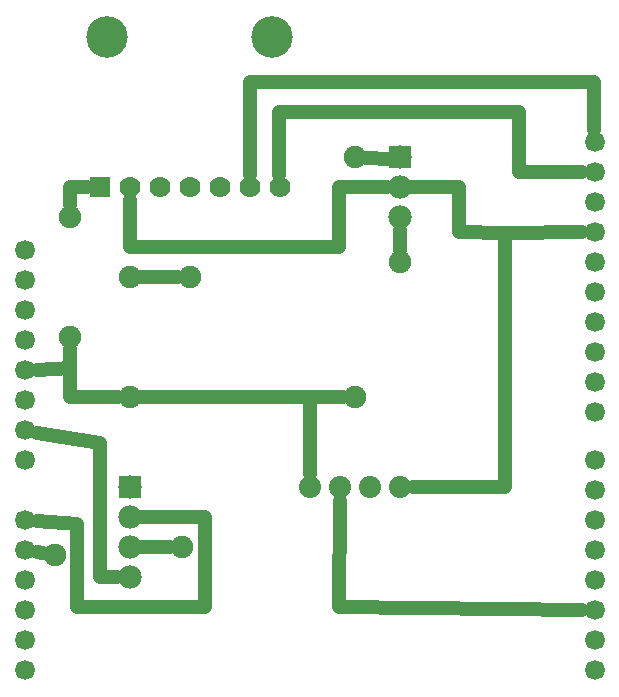
<source format=gbl>
G04 MADE WITH FRITZING*
G04 WWW.FRITZING.ORG*
G04 DOUBLE SIDED*
G04 HOLES PLATED*
G04 CONTOUR ON CENTER OF CONTOUR VECTOR*
%ASAXBY*%
%FSLAX23Y23*%
%MOIN*%
%OFA0B0*%
%SFA1.0B1.0*%
%ADD10C,0.075000*%
%ADD11C,0.078000*%
%ADD12C,0.138425*%
%ADD13C,0.070000*%
%ADD14C,0.073889*%
%ADD15C,0.066195*%
%ADD16C,0.066222*%
%ADD17R,0.078000X0.078000*%
%ADD18R,0.070000X0.070000*%
%ADD19C,0.048000*%
%LNCOPPER0*%
G90*
G70*
G54D10*
X3151Y2751D03*
X3151Y3551D03*
X2151Y2226D03*
X3301Y3201D03*
X2601Y3151D03*
X2576Y2251D03*
X2401Y2750D03*
X2401Y3150D03*
G54D11*
X2401Y2450D03*
X2401Y2350D03*
X2401Y2250D03*
X2401Y2150D03*
X3301Y3550D03*
X3301Y3450D03*
X3301Y3350D03*
G54D12*
X2326Y3950D03*
G54D13*
X2901Y3450D03*
X2301Y3450D03*
X2401Y3450D03*
G54D12*
X2876Y3950D03*
G54D13*
X2501Y3450D03*
X2601Y3450D03*
X2701Y3450D03*
X2801Y3450D03*
G54D14*
X3301Y2450D03*
X3201Y2450D03*
X3101Y2450D03*
X3001Y2450D03*
G54D10*
X2201Y2950D03*
X2201Y3350D03*
G54D15*
X2051Y2240D03*
X2051Y2140D03*
X2051Y2040D03*
X2051Y1940D03*
X2051Y1840D03*
G54D16*
X3951Y2700D03*
X3951Y2800D03*
X3951Y2900D03*
X3951Y3000D03*
X3951Y3100D03*
X3951Y3200D03*
X3951Y3300D03*
X3951Y3400D03*
X3951Y3500D03*
X3951Y3600D03*
X3951Y1840D03*
X3951Y1940D03*
X3951Y2040D03*
X3951Y2140D03*
X3951Y2240D03*
X3951Y2340D03*
X3951Y2440D03*
X3951Y2540D03*
G54D15*
X2051Y3140D03*
X2051Y3240D03*
X2051Y3040D03*
X2051Y2940D03*
X2051Y2840D03*
X2051Y2740D03*
X2051Y2640D03*
X2051Y2540D03*
X2051Y2340D03*
G54D17*
X2401Y2450D03*
X3301Y3550D03*
G54D18*
X2301Y3450D03*
G54D19*
X2201Y2849D02*
X2092Y2843D01*
D02*
X3100Y2051D02*
X3101Y2405D01*
D02*
X3909Y2041D02*
X3100Y2051D01*
D02*
X3500Y3452D02*
X3500Y3300D01*
D02*
X3342Y3451D02*
X3500Y3452D01*
D02*
X3500Y3300D02*
X3653Y3297D01*
D02*
X2301Y2151D02*
X2301Y2599D01*
D02*
X2301Y2599D02*
X2091Y2633D01*
D02*
X2359Y2150D02*
X2301Y2151D01*
D02*
X3100Y3250D02*
X2401Y3250D01*
D02*
X2401Y3250D02*
X2401Y3408D01*
D02*
X3100Y3450D02*
X3100Y3250D01*
D02*
X3259Y3450D02*
X3100Y3450D01*
D02*
X3301Y3309D02*
X3301Y3240D01*
D02*
X2111Y2231D02*
X2092Y2234D01*
D02*
X2442Y2250D02*
X2536Y2251D01*
D02*
X2440Y3150D02*
X2561Y3151D01*
D02*
X2201Y2849D02*
X2201Y2910D01*
D02*
X2201Y2751D02*
X2201Y2849D01*
D02*
X2361Y2750D02*
X2201Y2751D01*
D02*
X2201Y3450D02*
X2259Y3450D01*
D02*
X2201Y3390D02*
X2201Y3450D01*
D02*
X2226Y2327D02*
X2226Y2050D01*
D02*
X2092Y2337D02*
X2226Y2327D01*
D02*
X2226Y2050D02*
X2652Y2050D01*
D02*
X2652Y2050D02*
X2652Y2352D01*
D02*
X2652Y2352D02*
X2442Y2350D01*
D02*
X3001Y2495D02*
X3001Y2751D01*
D02*
X3001Y2751D02*
X2440Y2750D01*
D02*
X3260Y3544D02*
X3269Y3545D01*
D02*
X3269Y3545D02*
X3190Y3549D01*
D02*
X3111Y2751D02*
X3001Y2751D01*
D02*
X3909Y3500D02*
X3700Y3500D01*
D02*
X3700Y3500D02*
X3700Y3700D01*
D02*
X3700Y3700D02*
X2900Y3700D01*
D02*
X2900Y3700D02*
X2900Y3492D01*
D02*
X3950Y3642D02*
X3950Y3801D01*
D02*
X3950Y3801D02*
X2801Y3801D01*
D02*
X2801Y3801D02*
X2801Y3492D01*
D02*
X3653Y3297D02*
X3909Y3300D01*
D02*
X3651Y2450D02*
X3653Y3297D01*
D02*
X3346Y2450D02*
X3651Y2450D01*
G04 End of Copper0*
M02*
</source>
